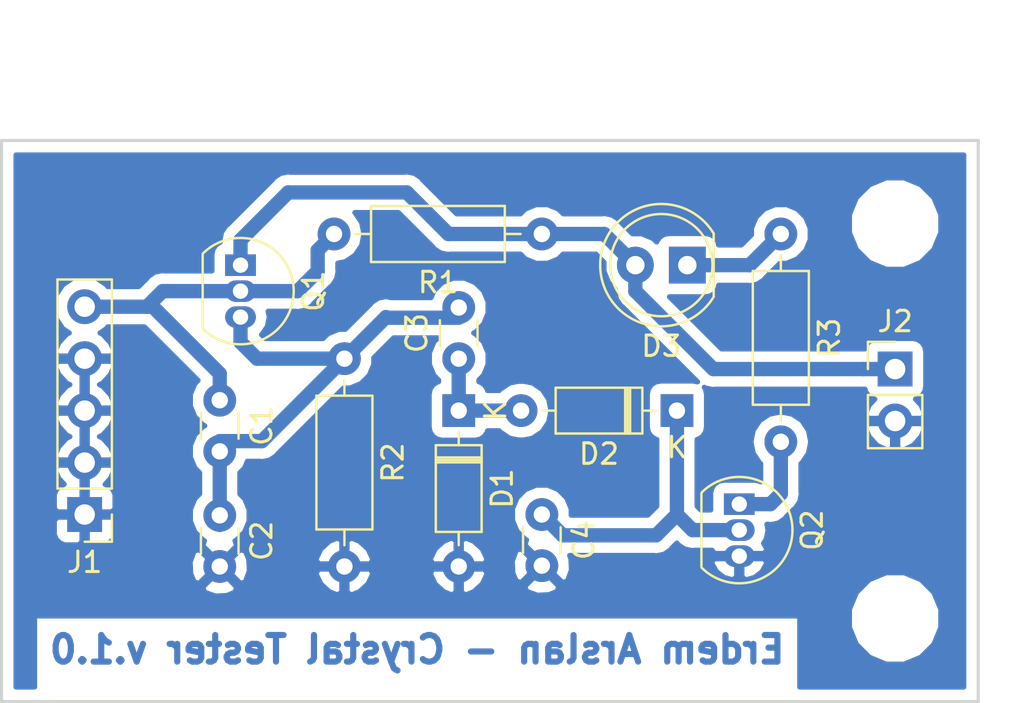
<source format=kicad_pcb>
(kicad_pcb (version 20171130) (host pcbnew "(5.0.2)-1")

  (general
    (thickness 1.6)
    (drawings 5)
    (tracks 43)
    (zones 0)
    (modules 16)
    (nets 9)
  )

  (page A4)
  (layers
    (0 F.Cu signal)
    (31 B.Cu signal)
    (32 B.Adhes user)
    (33 F.Adhes user)
    (34 B.Paste user)
    (35 F.Paste user)
    (36 B.SilkS user)
    (37 F.SilkS user)
    (38 B.Mask user)
    (39 F.Mask user)
    (40 Dwgs.User user)
    (41 Cmts.User user)
    (42 Eco1.User user)
    (43 Eco2.User user)
    (44 Edge.Cuts user)
    (45 Margin user)
    (46 B.CrtYd user)
    (47 F.CrtYd user)
    (48 B.Fab user)
    (49 F.Fab user)
  )

  (setup
    (last_trace_width 0.7)
    (trace_clearance 0.2)
    (zone_clearance 0.508)
    (zone_45_only no)
    (trace_min 0.2)
    (segment_width 0.2)
    (edge_width 0.15)
    (via_size 0.8)
    (via_drill 0.4)
    (via_min_size 0.4)
    (via_min_drill 0.3)
    (uvia_size 0.3)
    (uvia_drill 0.1)
    (uvias_allowed no)
    (uvia_min_size 0.2)
    (uvia_min_drill 0.1)
    (pcb_text_width 0.3)
    (pcb_text_size 1.5 1.5)
    (mod_edge_width 0.15)
    (mod_text_size 1 1)
    (mod_text_width 0.15)
    (pad_size 1.7 1.7)
    (pad_drill 1)
    (pad_to_mask_clearance 0.051)
    (solder_mask_min_width 0.25)
    (aux_axis_origin 0 0)
    (visible_elements 7FFFFFFF)
    (pcbplotparams
      (layerselection 0x010fc_ffffffff)
      (usegerberextensions false)
      (usegerberattributes false)
      (usegerberadvancedattributes false)
      (creategerberjobfile false)
      (excludeedgelayer true)
      (linewidth 0.100000)
      (plotframeref false)
      (viasonmask false)
      (mode 1)
      (useauxorigin false)
      (hpglpennumber 1)
      (hpglpenspeed 20)
      (hpglpendiameter 15.000000)
      (psnegative false)
      (psa4output false)
      (plotreference true)
      (plotvalue true)
      (plotinvisibletext false)
      (padsonsilk false)
      (subtractmaskfromsilk false)
      (outputformat 1)
      (mirror false)
      (drillshape 1)
      (scaleselection 1)
      (outputdirectory ""))
  )

  (net 0 "")
  (net 1 "Net-(C1-Pad1)")
  (net 2 "Net-(C1-Pad2)")
  (net 3 "Net-(C3-Pad1)")
  (net 4 "Net-(C4-Pad1)")
  (net 5 "Net-(D3-Pad1)")
  (net 6 "Net-(Q2-Pad1)")
  (net 7 GND)
  (net 8 +9V)

  (net_class Default "This is the default net class."
    (clearance 0.2)
    (trace_width 0.7)
    (via_dia 0.8)
    (via_drill 0.4)
    (uvia_dia 0.3)
    (uvia_drill 0.1)
    (add_net +9V)
    (add_net GND)
    (add_net "Net-(C1-Pad1)")
    (add_net "Net-(C1-Pad2)")
    (add_net "Net-(C3-Pad1)")
    (add_net "Net-(C4-Pad1)")
    (add_net "Net-(D3-Pad1)")
    (add_net "Net-(Q2-Pad1)")
  )

  (module Diode_THT:D_DO-35_SOD27_P7.62mm_Horizontal (layer F.Cu) (tedit 5AE50CD5) (tstamp 5C4FE10B)
    (at 46.228 35.052 270)
    (descr "Diode, DO-35_SOD27 series, Axial, Horizontal, pin pitch=7.62mm, , length*diameter=4*2mm^2, , http://www.diodes.com/_files/packages/DO-35.pdf")
    (tags "Diode DO-35_SOD27 series Axial Horizontal pin pitch 7.62mm  length 4mm diameter 2mm")
    (path /5C3268C6)
    (fp_text reference D1 (at 3.81 -2.12 270) (layer F.SilkS)
      (effects (font (size 1 1) (thickness 0.15)))
    )
    (fp_text value 1N4148 (at 3.81 2.12 270) (layer F.Fab)
      (effects (font (size 1 1) (thickness 0.15)))
    )
    (fp_line (start 1.81 -1) (end 1.81 1) (layer F.Fab) (width 0.1))
    (fp_line (start 1.81 1) (end 5.81 1) (layer F.Fab) (width 0.1))
    (fp_line (start 5.81 1) (end 5.81 -1) (layer F.Fab) (width 0.1))
    (fp_line (start 5.81 -1) (end 1.81 -1) (layer F.Fab) (width 0.1))
    (fp_line (start 0 0) (end 1.81 0) (layer F.Fab) (width 0.1))
    (fp_line (start 7.62 0) (end 5.81 0) (layer F.Fab) (width 0.1))
    (fp_line (start 2.41 -1) (end 2.41 1) (layer F.Fab) (width 0.1))
    (fp_line (start 2.51 -1) (end 2.51 1) (layer F.Fab) (width 0.1))
    (fp_line (start 2.31 -1) (end 2.31 1) (layer F.Fab) (width 0.1))
    (fp_line (start 1.69 -1.12) (end 1.69 1.12) (layer F.SilkS) (width 0.12))
    (fp_line (start 1.69 1.12) (end 5.93 1.12) (layer F.SilkS) (width 0.12))
    (fp_line (start 5.93 1.12) (end 5.93 -1.12) (layer F.SilkS) (width 0.12))
    (fp_line (start 5.93 -1.12) (end 1.69 -1.12) (layer F.SilkS) (width 0.12))
    (fp_line (start 1.04 0) (end 1.69 0) (layer F.SilkS) (width 0.12))
    (fp_line (start 6.58 0) (end 5.93 0) (layer F.SilkS) (width 0.12))
    (fp_line (start 2.41 -1.12) (end 2.41 1.12) (layer F.SilkS) (width 0.12))
    (fp_line (start 2.53 -1.12) (end 2.53 1.12) (layer F.SilkS) (width 0.12))
    (fp_line (start 2.29 -1.12) (end 2.29 1.12) (layer F.SilkS) (width 0.12))
    (fp_line (start -1.05 -1.25) (end -1.05 1.25) (layer F.CrtYd) (width 0.05))
    (fp_line (start -1.05 1.25) (end 8.67 1.25) (layer F.CrtYd) (width 0.05))
    (fp_line (start 8.67 1.25) (end 8.67 -1.25) (layer F.CrtYd) (width 0.05))
    (fp_line (start 8.67 -1.25) (end -1.05 -1.25) (layer F.CrtYd) (width 0.05))
    (fp_text user %R (at 4.11 0 270) (layer F.Fab)
      (effects (font (size 0.8 0.8) (thickness 0.12)))
    )
    (fp_text user K (at 0 -1.8 270) (layer F.Fab)
      (effects (font (size 1 1) (thickness 0.15)))
    )
    (fp_text user K (at 0 -1.8 270) (layer F.SilkS)
      (effects (font (size 1 1) (thickness 0.15)))
    )
    (pad 1 thru_hole rect (at 0 0 270) (size 1.6 1.6) (drill 0.8) (layers *.Cu *.Mask)
      (net 3 "Net-(C3-Pad1)"))
    (pad 2 thru_hole oval (at 7.62 0 270) (size 1.6 1.6) (drill 0.8) (layers *.Cu *.Mask)
      (net 7 GND))
    (model ${KISYS3DMOD}/Diode_THT.3dshapes/D_DO-35_SOD27_P7.62mm_Horizontal.wrl
      (at (xyz 0 0 0))
      (scale (xyz 1 1 1))
      (rotate (xyz 0 0 0))
    )
  )

  (module Diode_THT:D_DO-35_SOD27_P7.62mm_Horizontal (layer F.Cu) (tedit 5AE50CD5) (tstamp 5C4FE12A)
    (at 56.896 35.052 180)
    (descr "Diode, DO-35_SOD27 series, Axial, Horizontal, pin pitch=7.62mm, , length*diameter=4*2mm^2, , http://www.diodes.com/_files/packages/DO-35.pdf")
    (tags "Diode DO-35_SOD27 series Axial Horizontal pin pitch 7.62mm  length 4mm diameter 2mm")
    (path /5C326970)
    (fp_text reference D2 (at 3.81 -2.12 180) (layer F.SilkS)
      (effects (font (size 1 1) (thickness 0.15)))
    )
    (fp_text value 1N4148 (at 3.81 2.12 180) (layer F.Fab)
      (effects (font (size 1 1) (thickness 0.15)))
    )
    (fp_text user K (at 0 -1.8 180) (layer F.SilkS)
      (effects (font (size 1 1) (thickness 0.15)))
    )
    (fp_text user K (at 0 -1.8 180) (layer F.Fab)
      (effects (font (size 1 1) (thickness 0.15)))
    )
    (fp_text user %R (at 4.064 0 180) (layer F.Fab)
      (effects (font (size 0.8 0.8) (thickness 0.12)))
    )
    (fp_line (start 8.67 -1.25) (end -1.05 -1.25) (layer F.CrtYd) (width 0.05))
    (fp_line (start 8.67 1.25) (end 8.67 -1.25) (layer F.CrtYd) (width 0.05))
    (fp_line (start -1.05 1.25) (end 8.67 1.25) (layer F.CrtYd) (width 0.05))
    (fp_line (start -1.05 -1.25) (end -1.05 1.25) (layer F.CrtYd) (width 0.05))
    (fp_line (start 2.29 -1.12) (end 2.29 1.12) (layer F.SilkS) (width 0.12))
    (fp_line (start 2.53 -1.12) (end 2.53 1.12) (layer F.SilkS) (width 0.12))
    (fp_line (start 2.41 -1.12) (end 2.41 1.12) (layer F.SilkS) (width 0.12))
    (fp_line (start 6.58 0) (end 5.93 0) (layer F.SilkS) (width 0.12))
    (fp_line (start 1.04 0) (end 1.69 0) (layer F.SilkS) (width 0.12))
    (fp_line (start 5.93 -1.12) (end 1.69 -1.12) (layer F.SilkS) (width 0.12))
    (fp_line (start 5.93 1.12) (end 5.93 -1.12) (layer F.SilkS) (width 0.12))
    (fp_line (start 1.69 1.12) (end 5.93 1.12) (layer F.SilkS) (width 0.12))
    (fp_line (start 1.69 -1.12) (end 1.69 1.12) (layer F.SilkS) (width 0.12))
    (fp_line (start 2.31 -1) (end 2.31 1) (layer F.Fab) (width 0.1))
    (fp_line (start 2.51 -1) (end 2.51 1) (layer F.Fab) (width 0.1))
    (fp_line (start 2.41 -1) (end 2.41 1) (layer F.Fab) (width 0.1))
    (fp_line (start 7.62 0) (end 5.81 0) (layer F.Fab) (width 0.1))
    (fp_line (start 0 0) (end 1.81 0) (layer F.Fab) (width 0.1))
    (fp_line (start 5.81 -1) (end 1.81 -1) (layer F.Fab) (width 0.1))
    (fp_line (start 5.81 1) (end 5.81 -1) (layer F.Fab) (width 0.1))
    (fp_line (start 1.81 1) (end 5.81 1) (layer F.Fab) (width 0.1))
    (fp_line (start 1.81 -1) (end 1.81 1) (layer F.Fab) (width 0.1))
    (pad 2 thru_hole oval (at 7.62 0 180) (size 1.6 1.6) (drill 0.8) (layers *.Cu *.Mask)
      (net 3 "Net-(C3-Pad1)"))
    (pad 1 thru_hole rect (at 0 0 180) (size 1.6 1.6) (drill 0.8) (layers *.Cu *.Mask)
      (net 4 "Net-(C4-Pad1)"))
    (model ${KISYS3DMOD}/Diode_THT.3dshapes/D_DO-35_SOD27_P7.62mm_Horizontal.wrl
      (at (xyz 0 0 0))
      (scale (xyz 1 1 1))
      (rotate (xyz 0 0 0))
    )
  )

  (module LED_THT:LED_D5.0mm (layer F.Cu) (tedit 5995936A) (tstamp 5C4FE13C)
    (at 57.404 27.94 180)
    (descr "LED, diameter 5.0mm, 2 pins, http://cdn-reichelt.de/documents/datenblatt/A500/LL-504BC2E-009.pdf")
    (tags "LED diameter 5.0mm 2 pins")
    (path /5C3263C9)
    (fp_text reference D3 (at 1.27 -3.96 180) (layer F.SilkS)
      (effects (font (size 1 1) (thickness 0.15)))
    )
    (fp_text value LED (at 1.27 3.96 180) (layer F.Fab)
      (effects (font (size 1 1) (thickness 0.15)))
    )
    (fp_arc (start 1.27 0) (end -1.23 -1.469694) (angle 299.1) (layer F.Fab) (width 0.1))
    (fp_arc (start 1.27 0) (end -1.29 -1.54483) (angle 148.9) (layer F.SilkS) (width 0.12))
    (fp_arc (start 1.27 0) (end -1.29 1.54483) (angle -148.9) (layer F.SilkS) (width 0.12))
    (fp_circle (center 1.27 0) (end 3.77 0) (layer F.Fab) (width 0.1))
    (fp_circle (center 1.27 0) (end 3.77 0) (layer F.SilkS) (width 0.12))
    (fp_line (start -1.23 -1.469694) (end -1.23 1.469694) (layer F.Fab) (width 0.1))
    (fp_line (start -1.29 -1.545) (end -1.29 1.545) (layer F.SilkS) (width 0.12))
    (fp_line (start -1.95 -3.25) (end -1.95 3.25) (layer F.CrtYd) (width 0.05))
    (fp_line (start -1.95 3.25) (end 4.5 3.25) (layer F.CrtYd) (width 0.05))
    (fp_line (start 4.5 3.25) (end 4.5 -3.25) (layer F.CrtYd) (width 0.05))
    (fp_line (start 4.5 -3.25) (end -1.95 -3.25) (layer F.CrtYd) (width 0.05))
    (fp_text user %R (at 1.25 0 180) (layer F.Fab)
      (effects (font (size 0.8 0.8) (thickness 0.2)))
    )
    (pad 1 thru_hole rect (at 0 0 180) (size 1.8 1.8) (drill 0.9) (layers *.Cu *.Mask)
      (net 5 "Net-(D3-Pad1)"))
    (pad 2 thru_hole circle (at 2.54 0 180) (size 1.8 1.8) (drill 0.9) (layers *.Cu *.Mask)
      (net 8 +9V))
    (model ${KISYS3DMOD}/LED_THT.3dshapes/LED_D5.0mm.wrl
      (at (xyz 0 0 0))
      (scale (xyz 1 1 1))
      (rotate (xyz 0 0 0))
    )
  )

  (module Connector_PinHeader_2.54mm:PinHeader_1x05_P2.54mm_Vertical (layer F.Cu) (tedit 59FED5CC) (tstamp 5C4FF009)
    (at 27.94 40.132 180)
    (descr "Through hole straight pin header, 1x05, 2.54mm pitch, single row")
    (tags "Through hole pin header THT 1x05 2.54mm single row")
    (path /5C326E79)
    (fp_text reference J1 (at 0 -2.33 180) (layer F.SilkS)
      (effects (font (size 1 1) (thickness 0.15)))
    )
    (fp_text value Kristal (at 0 12.49 180) (layer F.Fab)
      (effects (font (size 1 1) (thickness 0.15)))
    )
    (fp_line (start -0.635 -1.27) (end 1.27 -1.27) (layer F.Fab) (width 0.1))
    (fp_line (start 1.27 -1.27) (end 1.27 11.43) (layer F.Fab) (width 0.1))
    (fp_line (start 1.27 11.43) (end -1.27 11.43) (layer F.Fab) (width 0.1))
    (fp_line (start -1.27 11.43) (end -1.27 -0.635) (layer F.Fab) (width 0.1))
    (fp_line (start -1.27 -0.635) (end -0.635 -1.27) (layer F.Fab) (width 0.1))
    (fp_line (start -1.33 11.49) (end 1.33 11.49) (layer F.SilkS) (width 0.12))
    (fp_line (start -1.33 1.27) (end -1.33 11.49) (layer F.SilkS) (width 0.12))
    (fp_line (start 1.33 1.27) (end 1.33 11.49) (layer F.SilkS) (width 0.12))
    (fp_line (start -1.33 1.27) (end 1.33 1.27) (layer F.SilkS) (width 0.12))
    (fp_line (start -1.33 0) (end -1.33 -1.33) (layer F.SilkS) (width 0.12))
    (fp_line (start -1.33 -1.33) (end 0 -1.33) (layer F.SilkS) (width 0.12))
    (fp_line (start -1.8 -1.8) (end -1.8 11.95) (layer F.CrtYd) (width 0.05))
    (fp_line (start -1.8 11.95) (end 1.8 11.95) (layer F.CrtYd) (width 0.05))
    (fp_line (start 1.8 11.95) (end 1.8 -1.8) (layer F.CrtYd) (width 0.05))
    (fp_line (start 1.8 -1.8) (end -1.8 -1.8) (layer F.CrtYd) (width 0.05))
    (fp_text user %R (at 0 5.08 270) (layer F.Fab)
      (effects (font (size 1 1) (thickness 0.15)))
    )
    (pad 1 thru_hole rect (at 0 0 180) (size 1.7 1.7) (drill 1) (layers *.Cu *.Mask)
      (net 7 GND))
    (pad 2 thru_hole oval (at 0 2.54 180) (size 1.7 1.7) (drill 1) (layers *.Cu *.Mask)
      (net 7 GND))
    (pad 3 thru_hole oval (at 0 5.08 180) (size 1.7 1.7) (drill 1) (layers *.Cu *.Mask)
      (net 7 GND))
    (pad 4 thru_hole oval (at 0 7.62 180) (size 1.7 1.7) (drill 1) (layers *.Cu *.Mask)
      (net 7 GND))
    (pad 5 thru_hole oval (at 0 10.16 180) (size 1.7 1.7) (drill 1) (layers *.Cu *.Mask)
      (net 1 "Net-(C1-Pad1)"))
    (model ${KISYS3DMOD}/Connector_PinHeader_2.54mm.3dshapes/PinHeader_1x05_P2.54mm_Vertical.wrl
      (at (xyz 0 0 0))
      (scale (xyz 1 1 1))
      (rotate (xyz 0 0 0))
    )
  )

  (module Connector_PinHeader_2.54mm:PinHeader_1x02_P2.54mm_Vertical (layer F.Cu) (tedit 5C326929) (tstamp 5C4FE16B)
    (at 67.564 33.02)
    (descr "Through hole straight pin header, 1x02, 2.54mm pitch, single row")
    (tags "Through hole pin header THT 1x02 2.54mm single row")
    (path /5C326A33)
    (fp_text reference J2 (at 0 -2.33) (layer F.SilkS)
      (effects (font (size 1 1) (thickness 0.15)))
    )
    (fp_text value "9V IN" (at 0 4.87) (layer F.Fab)
      (effects (font (size 1 1) (thickness 0.15)))
    )
    (fp_line (start -0.635 -1.27) (end 1.27 -1.27) (layer F.Fab) (width 0.1))
    (fp_line (start 1.27 -1.27) (end 1.27 3.81) (layer F.Fab) (width 0.1))
    (fp_line (start 1.27 3.81) (end -1.27 3.81) (layer F.Fab) (width 0.1))
    (fp_line (start -1.27 3.81) (end -1.27 -0.635) (layer F.Fab) (width 0.1))
    (fp_line (start -1.27 -0.635) (end -0.635 -1.27) (layer F.Fab) (width 0.1))
    (fp_line (start -1.33 3.87) (end 1.33 3.87) (layer F.SilkS) (width 0.12))
    (fp_line (start -1.33 1.27) (end -1.33 3.87) (layer F.SilkS) (width 0.12))
    (fp_line (start 1.33 1.27) (end 1.33 3.87) (layer F.SilkS) (width 0.12))
    (fp_line (start -1.33 1.27) (end 1.33 1.27) (layer F.SilkS) (width 0.12))
    (fp_line (start -1.33 0) (end -1.33 -1.33) (layer F.SilkS) (width 0.12))
    (fp_line (start -1.33 -1.33) (end 0 -1.33) (layer F.SilkS) (width 0.12))
    (fp_line (start -1.8 -1.8) (end -1.8 4.35) (layer F.CrtYd) (width 0.05))
    (fp_line (start -1.8 4.35) (end 1.8 4.35) (layer F.CrtYd) (width 0.05))
    (fp_line (start 1.8 4.35) (end 1.8 -1.8) (layer F.CrtYd) (width 0.05))
    (fp_line (start 1.8 -1.8) (end -1.8 -1.8) (layer F.CrtYd) (width 0.05))
    (fp_text user %R (at 0 1.27 90) (layer F.Fab)
      (effects (font (size 1 1) (thickness 0.15)))
    )
    (pad 1 thru_hole rect (at 0 0) (size 1.7 1.7) (drill 1) (layers *.Cu *.Mask)
      (net 8 +9V))
    (pad 2 thru_hole oval (at 0 2.54) (size 1.7 1.7) (drill 1) (layers *.Cu *.Mask)
      (net 7 GND))
    (model ${KISYS3DMOD}/Connector_PinHeader_2.54mm.3dshapes/PinHeader_1x02_P2.54mm_Vertical.wrl
      (at (xyz 0 0 0))
      (scale (xyz 1 1 1))
      (rotate (xyz 0 0 0))
    )
  )

  (module Package_TO_SOT_THT:TO-92_Inline (layer F.Cu) (tedit 5A1DD157) (tstamp 5C4FE17D)
    (at 35.56 27.94 270)
    (descr "TO-92 leads in-line, narrow, oval pads, drill 0.75mm (see NXP sot054_po.pdf)")
    (tags "to-92 sc-43 sc-43a sot54 PA33 transistor")
    (path /5C326335)
    (fp_text reference Q1 (at 1.27 -3.56 270) (layer F.SilkS)
      (effects (font (size 1 1) (thickness 0.15)))
    )
    (fp_text value BC547 (at 1.27 2.79 270) (layer F.Fab)
      (effects (font (size 1 1) (thickness 0.15)))
    )
    (fp_arc (start 1.27 0) (end 1.27 -2.6) (angle 135) (layer F.SilkS) (width 0.12))
    (fp_arc (start 1.27 0) (end 1.27 -2.48) (angle -135) (layer F.Fab) (width 0.1))
    (fp_arc (start 1.27 0) (end 1.27 -2.6) (angle -135) (layer F.SilkS) (width 0.12))
    (fp_arc (start 1.27 0) (end 1.27 -2.48) (angle 135) (layer F.Fab) (width 0.1))
    (fp_line (start 4 2.01) (end -1.46 2.01) (layer F.CrtYd) (width 0.05))
    (fp_line (start 4 2.01) (end 4 -2.73) (layer F.CrtYd) (width 0.05))
    (fp_line (start -1.46 -2.73) (end -1.46 2.01) (layer F.CrtYd) (width 0.05))
    (fp_line (start -1.46 -2.73) (end 4 -2.73) (layer F.CrtYd) (width 0.05))
    (fp_line (start -0.5 1.75) (end 3 1.75) (layer F.Fab) (width 0.1))
    (fp_line (start -0.53 1.85) (end 3.07 1.85) (layer F.SilkS) (width 0.12))
    (fp_text user %R (at 1.27 -3.56 270) (layer F.Fab)
      (effects (font (size 1 1) (thickness 0.15)))
    )
    (pad 1 thru_hole rect (at 0 0 270) (size 1.05 1.5) (drill 0.75) (layers *.Cu *.Mask)
      (net 8 +9V))
    (pad 3 thru_hole oval (at 2.54 0 270) (size 1.05 1.5) (drill 0.75) (layers *.Cu *.Mask)
      (net 2 "Net-(C1-Pad2)"))
    (pad 2 thru_hole oval (at 1.27 0 270) (size 1.05 1.5) (drill 0.75) (layers *.Cu *.Mask)
      (net 1 "Net-(C1-Pad1)"))
    (model ${KISYS3DMOD}/Package_TO_SOT_THT.3dshapes/TO-92_Inline.wrl
      (at (xyz 0 0 0))
      (scale (xyz 1 1 1))
      (rotate (xyz 0 0 0))
    )
  )

  (module Package_TO_SOT_THT:TO-92_Inline (layer F.Cu) (tedit 5C32791B) (tstamp 5C4FE18F)
    (at 59.944 39.624 270)
    (descr "TO-92 leads in-line, narrow, oval pads, drill 0.75mm (see NXP sot054_po.pdf)")
    (tags "to-92 sc-43 sc-43a sot54 PA33 transistor")
    (path /5C3262D5)
    (fp_text reference Q2 (at 1.27 -3.56 270) (layer F.SilkS)
      (effects (font (size 1 1) (thickness 0.15)))
    )
    (fp_text value BC547 (at 1.27 2.79 270) (layer F.Fab)
      (effects (font (size 1 1) (thickness 0.15)))
    )
    (fp_text user %R (at 1.27 -3.56 270) (layer F.Fab)
      (effects (font (size 1 1) (thickness 0.15)))
    )
    (fp_line (start -0.53 1.85) (end 3.07 1.85) (layer F.SilkS) (width 0.12))
    (fp_line (start -0.5 1.75) (end 3 1.75) (layer F.Fab) (width 0.1))
    (fp_line (start -1.46 -2.73) (end 4 -2.73) (layer F.CrtYd) (width 0.05))
    (fp_line (start -1.46 -2.73) (end -1.46 2.01) (layer F.CrtYd) (width 0.05))
    (fp_line (start 4 2.01) (end 4 -2.73) (layer F.CrtYd) (width 0.05))
    (fp_line (start 4 2.01) (end -1.46 2.01) (layer F.CrtYd) (width 0.05))
    (fp_arc (start 1.27 0) (end 1.27 -2.48) (angle 135) (layer F.Fab) (width 0.1))
    (fp_arc (start 1.27 0) (end 1.27 -2.6) (angle -135) (layer F.SilkS) (width 0.12))
    (fp_arc (start 1.27 0) (end 1.27 -2.48) (angle -135) (layer F.Fab) (width 0.1))
    (fp_arc (start 1.27 0) (end 1.27 -2.6) (angle 135) (layer F.SilkS) (width 0.12))
    (pad 2 thru_hole oval (at 1.27 0 270) (size 1.05 1.5) (drill 0.75) (layers *.Cu *.Mask)
      (net 4 "Net-(C4-Pad1)"))
    (pad 3 thru_hole oval (at 2.54 0 270) (size 1.05 1.5) (drill 0.75) (layers *.Cu *.Mask)
      (net 7 GND))
    (pad 1 thru_hole rect (at 0 0 270) (size 1.05 1.5) (drill 0.75) (layers *.Cu *.Mask)
      (net 6 "Net-(Q2-Pad1)"))
    (model ${KISYS3DMOD}/Package_TO_SOT_THT.3dshapes/TO-92_Inline.wrl
      (at (xyz 0 0 0))
      (scale (xyz 1 1 1))
      (rotate (xyz 0 0 0))
    )
  )

  (module Resistor_THT:R_Axial_DIN0207_L6.3mm_D2.5mm_P10.16mm_Horizontal (layer F.Cu) (tedit 5AE5139B) (tstamp 5C4FE1A6)
    (at 50.292 26.416 180)
    (descr "Resistor, Axial_DIN0207 series, Axial, Horizontal, pin pitch=10.16mm, 0.25W = 1/4W, length*diameter=6.3*2.5mm^2, http://cdn-reichelt.de/documents/datenblatt/B400/1_4W%23YAG.pdf")
    (tags "Resistor Axial_DIN0207 series Axial Horizontal pin pitch 10.16mm 0.25W = 1/4W length 6.3mm diameter 2.5mm")
    (path /5C3264A0)
    (fp_text reference R1 (at 5.08 -2.37 180) (layer F.SilkS)
      (effects (font (size 1 1) (thickness 0.15)))
    )
    (fp_text value 27K (at 5.08 2.37 180) (layer F.Fab)
      (effects (font (size 1 1) (thickness 0.15)))
    )
    (fp_line (start 1.93 -1.25) (end 1.93 1.25) (layer F.Fab) (width 0.1))
    (fp_line (start 1.93 1.25) (end 8.23 1.25) (layer F.Fab) (width 0.1))
    (fp_line (start 8.23 1.25) (end 8.23 -1.25) (layer F.Fab) (width 0.1))
    (fp_line (start 8.23 -1.25) (end 1.93 -1.25) (layer F.Fab) (width 0.1))
    (fp_line (start 0 0) (end 1.93 0) (layer F.Fab) (width 0.1))
    (fp_line (start 10.16 0) (end 8.23 0) (layer F.Fab) (width 0.1))
    (fp_line (start 1.81 -1.37) (end 1.81 1.37) (layer F.SilkS) (width 0.12))
    (fp_line (start 1.81 1.37) (end 8.35 1.37) (layer F.SilkS) (width 0.12))
    (fp_line (start 8.35 1.37) (end 8.35 -1.37) (layer F.SilkS) (width 0.12))
    (fp_line (start 8.35 -1.37) (end 1.81 -1.37) (layer F.SilkS) (width 0.12))
    (fp_line (start 1.04 0) (end 1.81 0) (layer F.SilkS) (width 0.12))
    (fp_line (start 9.12 0) (end 8.35 0) (layer F.SilkS) (width 0.12))
    (fp_line (start -1.05 -1.5) (end -1.05 1.5) (layer F.CrtYd) (width 0.05))
    (fp_line (start -1.05 1.5) (end 11.21 1.5) (layer F.CrtYd) (width 0.05))
    (fp_line (start 11.21 1.5) (end 11.21 -1.5) (layer F.CrtYd) (width 0.05))
    (fp_line (start 11.21 -1.5) (end -1.05 -1.5) (layer F.CrtYd) (width 0.05))
    (fp_text user %R (at 5.08 0 180) (layer F.Fab)
      (effects (font (size 1 1) (thickness 0.15)))
    )
    (pad 1 thru_hole circle (at 0 0 180) (size 1.6 1.6) (drill 0.8) (layers *.Cu *.Mask)
      (net 8 +9V))
    (pad 2 thru_hole oval (at 10.16 0 180) (size 1.6 1.6) (drill 0.8) (layers *.Cu *.Mask)
      (net 1 "Net-(C1-Pad1)"))
    (model ${KISYS3DMOD}/Resistor_THT.3dshapes/R_Axial_DIN0207_L6.3mm_D2.5mm_P10.16mm_Horizontal.wrl
      (at (xyz 0 0 0))
      (scale (xyz 1 1 1))
      (rotate (xyz 0 0 0))
    )
  )

  (module Resistor_THT:R_Axial_DIN0207_L6.3mm_D2.5mm_P10.16mm_Horizontal (layer F.Cu) (tedit 5AE5139B) (tstamp 5C4FE1BD)
    (at 40.64 32.512 270)
    (descr "Resistor, Axial_DIN0207 series, Axial, Horizontal, pin pitch=10.16mm, 0.25W = 1/4W, length*diameter=6.3*2.5mm^2, http://cdn-reichelt.de/documents/datenblatt/B400/1_4W%23YAG.pdf")
    (tags "Resistor Axial_DIN0207 series Axial Horizontal pin pitch 10.16mm 0.25W = 1/4W length 6.3mm diameter 2.5mm")
    (path /5C326530)
    (fp_text reference R2 (at 5.08 -2.37 270) (layer F.SilkS)
      (effects (font (size 1 1) (thickness 0.15)))
    )
    (fp_text value 1K (at 5.08 2.37 270) (layer F.Fab)
      (effects (font (size 1 1) (thickness 0.15)))
    )
    (fp_text user %R (at 5.08 0 270) (layer F.Fab)
      (effects (font (size 1 1) (thickness 0.15)))
    )
    (fp_line (start 11.21 -1.5) (end -1.05 -1.5) (layer F.CrtYd) (width 0.05))
    (fp_line (start 11.21 1.5) (end 11.21 -1.5) (layer F.CrtYd) (width 0.05))
    (fp_line (start -1.05 1.5) (end 11.21 1.5) (layer F.CrtYd) (width 0.05))
    (fp_line (start -1.05 -1.5) (end -1.05 1.5) (layer F.CrtYd) (width 0.05))
    (fp_line (start 9.12 0) (end 8.35 0) (layer F.SilkS) (width 0.12))
    (fp_line (start 1.04 0) (end 1.81 0) (layer F.SilkS) (width 0.12))
    (fp_line (start 8.35 -1.37) (end 1.81 -1.37) (layer F.SilkS) (width 0.12))
    (fp_line (start 8.35 1.37) (end 8.35 -1.37) (layer F.SilkS) (width 0.12))
    (fp_line (start 1.81 1.37) (end 8.35 1.37) (layer F.SilkS) (width 0.12))
    (fp_line (start 1.81 -1.37) (end 1.81 1.37) (layer F.SilkS) (width 0.12))
    (fp_line (start 10.16 0) (end 8.23 0) (layer F.Fab) (width 0.1))
    (fp_line (start 0 0) (end 1.93 0) (layer F.Fab) (width 0.1))
    (fp_line (start 8.23 -1.25) (end 1.93 -1.25) (layer F.Fab) (width 0.1))
    (fp_line (start 8.23 1.25) (end 8.23 -1.25) (layer F.Fab) (width 0.1))
    (fp_line (start 1.93 1.25) (end 8.23 1.25) (layer F.Fab) (width 0.1))
    (fp_line (start 1.93 -1.25) (end 1.93 1.25) (layer F.Fab) (width 0.1))
    (pad 2 thru_hole oval (at 10.16 0 270) (size 1.6 1.6) (drill 0.8) (layers *.Cu *.Mask)
      (net 7 GND))
    (pad 1 thru_hole circle (at 0 0 270) (size 1.6 1.6) (drill 0.8) (layers *.Cu *.Mask)
      (net 2 "Net-(C1-Pad2)"))
    (model ${KISYS3DMOD}/Resistor_THT.3dshapes/R_Axial_DIN0207_L6.3mm_D2.5mm_P10.16mm_Horizontal.wrl
      (at (xyz 0 0 0))
      (scale (xyz 1 1 1))
      (rotate (xyz 0 0 0))
    )
  )

  (module Resistor_THT:R_Axial_DIN0207_L6.3mm_D2.5mm_P10.16mm_Horizontal (layer F.Cu) (tedit 5AE5139B) (tstamp 5C4FE1D4)
    (at 61.976 26.416 270)
    (descr "Resistor, Axial_DIN0207 series, Axial, Horizontal, pin pitch=10.16mm, 0.25W = 1/4W, length*diameter=6.3*2.5mm^2, http://cdn-reichelt.de/documents/datenblatt/B400/1_4W%23YAG.pdf")
    (tags "Resistor Axial_DIN0207 series Axial Horizontal pin pitch 10.16mm 0.25W = 1/4W length 6.3mm diameter 2.5mm")
    (path /5C3265C0)
    (fp_text reference R3 (at 5.08 -2.37 270) (layer F.SilkS)
      (effects (font (size 1 1) (thickness 0.15)))
    )
    (fp_text value 560R (at 5.08 2.37 270) (layer F.Fab)
      (effects (font (size 1 1) (thickness 0.15)))
    )
    (fp_line (start 1.93 -1.25) (end 1.93 1.25) (layer F.Fab) (width 0.1))
    (fp_line (start 1.93 1.25) (end 8.23 1.25) (layer F.Fab) (width 0.1))
    (fp_line (start 8.23 1.25) (end 8.23 -1.25) (layer F.Fab) (width 0.1))
    (fp_line (start 8.23 -1.25) (end 1.93 -1.25) (layer F.Fab) (width 0.1))
    (fp_line (start 0 0) (end 1.93 0) (layer F.Fab) (width 0.1))
    (fp_line (start 10.16 0) (end 8.23 0) (layer F.Fab) (width 0.1))
    (fp_line (start 1.81 -1.37) (end 1.81 1.37) (layer F.SilkS) (width 0.12))
    (fp_line (start 1.81 1.37) (end 8.35 1.37) (layer F.SilkS) (width 0.12))
    (fp_line (start 8.35 1.37) (end 8.35 -1.37) (layer F.SilkS) (width 0.12))
    (fp_line (start 8.35 -1.37) (end 1.81 -1.37) (layer F.SilkS) (width 0.12))
    (fp_line (start 1.04 0) (end 1.81 0) (layer F.SilkS) (width 0.12))
    (fp_line (start 9.12 0) (end 8.35 0) (layer F.SilkS) (width 0.12))
    (fp_line (start -1.05 -1.5) (end -1.05 1.5) (layer F.CrtYd) (width 0.05))
    (fp_line (start -1.05 1.5) (end 11.21 1.5) (layer F.CrtYd) (width 0.05))
    (fp_line (start 11.21 1.5) (end 11.21 -1.5) (layer F.CrtYd) (width 0.05))
    (fp_line (start 11.21 -1.5) (end -1.05 -1.5) (layer F.CrtYd) (width 0.05))
    (fp_text user %R (at 5.08 0 270) (layer F.Fab)
      (effects (font (size 1 1) (thickness 0.15)))
    )
    (pad 1 thru_hole circle (at 0 0 270) (size 1.6 1.6) (drill 0.8) (layers *.Cu *.Mask)
      (net 5 "Net-(D3-Pad1)"))
    (pad 2 thru_hole oval (at 10.16 0 270) (size 1.6 1.6) (drill 0.8) (layers *.Cu *.Mask)
      (net 6 "Net-(Q2-Pad1)"))
    (model ${KISYS3DMOD}/Resistor_THT.3dshapes/R_Axial_DIN0207_L6.3mm_D2.5mm_P10.16mm_Horizontal.wrl
      (at (xyz 0 0 0))
      (scale (xyz 1 1 1))
      (rotate (xyz 0 0 0))
    )
  )

  (module MountingHole:MountingHole_3.2mm_M3 (layer F.Cu) (tedit 5C3284DA) (tstamp 5C50231B)
    (at 67.564 25.908)
    (descr "Mounting Hole 3.2mm, no annular, M3")
    (tags "mounting hole 3.2mm no annular m3")
    (attr virtual)
    (fp_text reference "" (at 0 -4.2) (layer F.SilkS)
      (effects (font (size 1 1) (thickness 0.15)))
    )
    (fp_text value "" (at 0.508 -10.668) (layer F.Fab)
      (effects (font (size 1 1) (thickness 0.15)))
    )
    (fp_circle (center 0 0) (end 3.45 0) (layer F.CrtYd) (width 0.05))
    (fp_circle (center 0 0) (end 3.2 0) (layer Cmts.User) (width 0.15))
    (fp_text user %R (at 0.3 0) (layer F.Fab)
      (effects (font (size 1 1) (thickness 0.15)))
    )
    (pad 1 np_thru_hole circle (at 0 0) (size 3.2 3.2) (drill 3.2) (layers *.Cu *.Mask))
  )

  (module MountingHole:MountingHole_3.2mm_M3 (layer F.Cu) (tedit 5C3284E0) (tstamp 5C502331)
    (at 67.564 45.212)
    (descr "Mounting Hole 3.2mm, no annular, M3")
    (tags "mounting hole 3.2mm no annular m3")
    (attr virtual)
    (fp_text reference "" (at 0 -4.2) (layer F.SilkS)
      (effects (font (size 1 1) (thickness 0.15)))
    )
    (fp_text value "" (at 6.096 -23.368) (layer F.Fab)
      (effects (font (size 1 1) (thickness 0.15)))
    )
    (fp_circle (center 0 0) (end 3.45 0) (layer F.CrtYd) (width 0.05))
    (fp_circle (center 0 0) (end 3.2 0) (layer Cmts.User) (width 0.15))
    (fp_text user %R (at 0.3 0) (layer F.Fab)
      (effects (font (size 1 1) (thickness 0.15)))
    )
    (pad 1 np_thru_hole circle (at 0 0) (size 3.2 3.2) (drill 3.2) (layers *.Cu *.Mask))
  )

  (module Capacitor_THT:C_Disc_D3.0mm_W1.6mm_P2.50mm (layer F.Cu) (tedit 5AE50EF0) (tstamp 5C3C1C74)
    (at 34.544 34.544 270)
    (descr "C, Disc series, Radial, pin pitch=2.50mm, , diameter*width=3.0*1.6mm^2, Capacitor, http://www.vishay.com/docs/45233/krseries.pdf")
    (tags "C Disc series Radial pin pitch 2.50mm  diameter 3.0mm width 1.6mm Capacitor")
    (path /5C3267F1)
    (fp_text reference C1 (at 1.25 -2.05 270) (layer F.SilkS)
      (effects (font (size 1 1) (thickness 0.15)))
    )
    (fp_text value 1nF (at 1.25 2.05 270) (layer F.Fab)
      (effects (font (size 1 1) (thickness 0.15)))
    )
    (fp_line (start -0.25 -0.8) (end -0.25 0.8) (layer F.Fab) (width 0.1))
    (fp_line (start -0.25 0.8) (end 2.75 0.8) (layer F.Fab) (width 0.1))
    (fp_line (start 2.75 0.8) (end 2.75 -0.8) (layer F.Fab) (width 0.1))
    (fp_line (start 2.75 -0.8) (end -0.25 -0.8) (layer F.Fab) (width 0.1))
    (fp_line (start 0.621 -0.92) (end 1.879 -0.92) (layer F.SilkS) (width 0.12))
    (fp_line (start 0.621 0.92) (end 1.879 0.92) (layer F.SilkS) (width 0.12))
    (fp_line (start -1.05 -1.05) (end -1.05 1.05) (layer F.CrtYd) (width 0.05))
    (fp_line (start -1.05 1.05) (end 3.55 1.05) (layer F.CrtYd) (width 0.05))
    (fp_line (start 3.55 1.05) (end 3.55 -1.05) (layer F.CrtYd) (width 0.05))
    (fp_line (start 3.55 -1.05) (end -1.05 -1.05) (layer F.CrtYd) (width 0.05))
    (fp_text user %R (at 1.25 0 270) (layer F.Fab)
      (effects (font (size 0.6 0.6) (thickness 0.09)))
    )
    (pad 1 thru_hole circle (at 0 0 270) (size 1.6 1.6) (drill 0.8) (layers *.Cu *.Mask)
      (net 1 "Net-(C1-Pad1)"))
    (pad 2 thru_hole circle (at 2.5 0 270) (size 1.6 1.6) (drill 0.8) (layers *.Cu *.Mask)
      (net 2 "Net-(C1-Pad2)"))
    (model ${KISYS3DMOD}/Capacitor_THT.3dshapes/C_Disc_D3.0mm_W1.6mm_P2.50mm.wrl
      (at (xyz 0 0 0))
      (scale (xyz 1 1 1))
      (rotate (xyz 0 0 0))
    )
  )

  (module Capacitor_THT:C_Disc_D3.0mm_W1.6mm_P2.50mm (layer F.Cu) (tedit 5AE50EF0) (tstamp 5C3C1C84)
    (at 34.544 40.172 270)
    (descr "C, Disc series, Radial, pin pitch=2.50mm, , diameter*width=3.0*1.6mm^2, Capacitor, http://www.vishay.com/docs/45233/krseries.pdf")
    (tags "C Disc series Radial pin pitch 2.50mm  diameter 3.0mm width 1.6mm Capacitor")
    (path /5C326823)
    (fp_text reference C2 (at 1.25 -2.05 270) (layer F.SilkS)
      (effects (font (size 1 1) (thickness 0.15)))
    )
    (fp_text value 100pF (at 1.25 2.05 270) (layer F.Fab)
      (effects (font (size 1 1) (thickness 0.15)))
    )
    (fp_text user %R (at 1.25 0 270) (layer F.Fab)
      (effects (font (size 0.6 0.6) (thickness 0.09)))
    )
    (fp_line (start 3.55 -1.05) (end -1.05 -1.05) (layer F.CrtYd) (width 0.05))
    (fp_line (start 3.55 1.05) (end 3.55 -1.05) (layer F.CrtYd) (width 0.05))
    (fp_line (start -1.05 1.05) (end 3.55 1.05) (layer F.CrtYd) (width 0.05))
    (fp_line (start -1.05 -1.05) (end -1.05 1.05) (layer F.CrtYd) (width 0.05))
    (fp_line (start 0.621 0.92) (end 1.879 0.92) (layer F.SilkS) (width 0.12))
    (fp_line (start 0.621 -0.92) (end 1.879 -0.92) (layer F.SilkS) (width 0.12))
    (fp_line (start 2.75 -0.8) (end -0.25 -0.8) (layer F.Fab) (width 0.1))
    (fp_line (start 2.75 0.8) (end 2.75 -0.8) (layer F.Fab) (width 0.1))
    (fp_line (start -0.25 0.8) (end 2.75 0.8) (layer F.Fab) (width 0.1))
    (fp_line (start -0.25 -0.8) (end -0.25 0.8) (layer F.Fab) (width 0.1))
    (pad 2 thru_hole circle (at 2.5 0 270) (size 1.6 1.6) (drill 0.8) (layers *.Cu *.Mask)
      (net 7 GND))
    (pad 1 thru_hole circle (at 0 0 270) (size 1.6 1.6) (drill 0.8) (layers *.Cu *.Mask)
      (net 2 "Net-(C1-Pad2)"))
    (model ${KISYS3DMOD}/Capacitor_THT.3dshapes/C_Disc_D3.0mm_W1.6mm_P2.50mm.wrl
      (at (xyz 0 0 0))
      (scale (xyz 1 1 1))
      (rotate (xyz 0 0 0))
    )
  )

  (module Capacitor_THT:C_Disc_D3.0mm_W1.6mm_P2.50mm (layer F.Cu) (tedit 5AE50EF0) (tstamp 5C3C1C94)
    (at 46.228 32.512 90)
    (descr "C, Disc series, Radial, pin pitch=2.50mm, , diameter*width=3.0*1.6mm^2, Capacitor, http://www.vishay.com/docs/45233/krseries.pdf")
    (tags "C Disc series Radial pin pitch 2.50mm  diameter 3.0mm width 1.6mm Capacitor")
    (path /5C326745)
    (fp_text reference C3 (at 1.25 -2.05 90) (layer F.SilkS)
      (effects (font (size 1 1) (thickness 0.15)))
    )
    (fp_text value 1nF (at 1.25 2.05 90) (layer F.Fab)
      (effects (font (size 1 1) (thickness 0.15)))
    )
    (fp_text user %R (at 1.25 0 90) (layer F.Fab)
      (effects (font (size 0.6 0.6) (thickness 0.09)))
    )
    (fp_line (start 3.55 -1.05) (end -1.05 -1.05) (layer F.CrtYd) (width 0.05))
    (fp_line (start 3.55 1.05) (end 3.55 -1.05) (layer F.CrtYd) (width 0.05))
    (fp_line (start -1.05 1.05) (end 3.55 1.05) (layer F.CrtYd) (width 0.05))
    (fp_line (start -1.05 -1.05) (end -1.05 1.05) (layer F.CrtYd) (width 0.05))
    (fp_line (start 0.621 0.92) (end 1.879 0.92) (layer F.SilkS) (width 0.12))
    (fp_line (start 0.621 -0.92) (end 1.879 -0.92) (layer F.SilkS) (width 0.12))
    (fp_line (start 2.75 -0.8) (end -0.25 -0.8) (layer F.Fab) (width 0.1))
    (fp_line (start 2.75 0.8) (end 2.75 -0.8) (layer F.Fab) (width 0.1))
    (fp_line (start -0.25 0.8) (end 2.75 0.8) (layer F.Fab) (width 0.1))
    (fp_line (start -0.25 -0.8) (end -0.25 0.8) (layer F.Fab) (width 0.1))
    (pad 2 thru_hole circle (at 2.5 0 90) (size 1.6 1.6) (drill 0.8) (layers *.Cu *.Mask)
      (net 2 "Net-(C1-Pad2)"))
    (pad 1 thru_hole circle (at 0 0 90) (size 1.6 1.6) (drill 0.8) (layers *.Cu *.Mask)
      (net 3 "Net-(C3-Pad1)"))
    (model ${KISYS3DMOD}/Capacitor_THT.3dshapes/C_Disc_D3.0mm_W1.6mm_P2.50mm.wrl
      (at (xyz 0 0 0))
      (scale (xyz 1 1 1))
      (rotate (xyz 0 0 0))
    )
  )

  (module Capacitor_THT:C_Disc_D3.0mm_W1.6mm_P2.50mm (layer F.Cu) (tedit 5AE50EF0) (tstamp 5C3C1CA4)
    (at 50.292 40.132 270)
    (descr "C, Disc series, Radial, pin pitch=2.50mm, , diameter*width=3.0*1.6mm^2, Capacitor, http://www.vishay.com/docs/45233/krseries.pdf")
    (tags "C Disc series Radial pin pitch 2.50mm  diameter 3.0mm width 1.6mm Capacitor")
    (path /5C326689)
    (fp_text reference C4 (at 1.25 -2.05 270) (layer F.SilkS)
      (effects (font (size 1 1) (thickness 0.15)))
    )
    (fp_text value 4.7nF (at 1.25 2.05 270) (layer F.Fab)
      (effects (font (size 1 1) (thickness 0.15)))
    )
    (fp_line (start -0.25 -0.8) (end -0.25 0.8) (layer F.Fab) (width 0.1))
    (fp_line (start -0.25 0.8) (end 2.75 0.8) (layer F.Fab) (width 0.1))
    (fp_line (start 2.75 0.8) (end 2.75 -0.8) (layer F.Fab) (width 0.1))
    (fp_line (start 2.75 -0.8) (end -0.25 -0.8) (layer F.Fab) (width 0.1))
    (fp_line (start 0.621 -0.92) (end 1.879 -0.92) (layer F.SilkS) (width 0.12))
    (fp_line (start 0.621 0.92) (end 1.879 0.92) (layer F.SilkS) (width 0.12))
    (fp_line (start -1.05 -1.05) (end -1.05 1.05) (layer F.CrtYd) (width 0.05))
    (fp_line (start -1.05 1.05) (end 3.55 1.05) (layer F.CrtYd) (width 0.05))
    (fp_line (start 3.55 1.05) (end 3.55 -1.05) (layer F.CrtYd) (width 0.05))
    (fp_line (start 3.55 -1.05) (end -1.05 -1.05) (layer F.CrtYd) (width 0.05))
    (fp_text user %R (at 1.25 0 270) (layer F.Fab)
      (effects (font (size 0.6 0.6) (thickness 0.09)))
    )
    (pad 1 thru_hole circle (at 0 0 270) (size 1.6 1.6) (drill 0.8) (layers *.Cu *.Mask)
      (net 4 "Net-(C4-Pad1)"))
    (pad 2 thru_hole circle (at 2.5 0 270) (size 1.6 1.6) (drill 0.8) (layers *.Cu *.Mask)
      (net 7 GND))
    (model ${KISYS3DMOD}/Capacitor_THT.3dshapes/C_Disc_D3.0mm_W1.6mm_P2.50mm.wrl
      (at (xyz 0 0 0))
      (scale (xyz 1 1 1))
      (rotate (xyz 0 0 0))
    )
  )

  (gr_text "Erdem Arslan - Crystal Tester v.1.0" (at 44.196 46.736) (layer B.Cu)
    (effects (font (size 1.3 1.3) (thickness 0.3)) (justify mirror))
  )
  (gr_line (start 23.876 49.276) (end 23.876 21.844) (layer Edge.Cuts) (width 0.15))
  (gr_line (start 71.628 49.276) (end 23.876 49.276) (layer Edge.Cuts) (width 0.15))
  (gr_line (start 71.628 21.844) (end 71.628 49.276) (layer Edge.Cuts) (width 0.15))
  (gr_line (start 23.876 21.844) (end 71.628 21.844) (layer Edge.Cuts) (width 0.15))

  (segment (start 27.94 29.972) (end 30.988 29.972) (width 0.7) (layer B.Cu) (net 1))
  (segment (start 31.75 29.21) (end 35.56 29.21) (width 0.7) (layer B.Cu) (net 1))
  (segment (start 30.988 29.972) (end 31.75 29.21) (width 0.7) (layer B.Cu) (net 1))
  (segment (start 39.332001 27.215999) (end 39.332001 28.231999) (width 0.7) (layer B.Cu) (net 1))
  (segment (start 40.132 26.416) (end 39.332001 27.215999) (width 0.7) (layer B.Cu) (net 1))
  (segment (start 38.354 29.21) (end 35.56 29.21) (width 0.7) (layer B.Cu) (net 1))
  (segment (start 39.332001 28.231999) (end 38.354 29.21) (width 0.7) (layer B.Cu) (net 1))
  (segment (start 31.272 29.972) (end 30.988 29.972) (width 0.7) (layer B.Cu) (net 1))
  (segment (start 34.544 33.244) (end 31.272 29.972) (width 0.7) (layer B.Cu) (net 1))
  (segment (start 34.544 34.544) (end 34.544 33.244) (width 0.7) (layer B.Cu) (net 1))
  (segment (start 40.64 32.512) (end 42.672 30.48) (width 0.7) (layer B.Cu) (net 2))
  (segment (start 42.704 30.512) (end 46.228 30.512) (width 0.7) (layer B.Cu) (net 2))
  (segment (start 42.672 30.48) (end 42.704 30.512) (width 0.7) (layer B.Cu) (net 2))
  (segment (start 35.56 31.705) (end 36.367 32.512) (width 0.7) (layer B.Cu) (net 2))
  (segment (start 35.56 30.48) (end 35.56 31.705) (width 0.7) (layer B.Cu) (net 2))
  (segment (start 36.367 32.512) (end 40.64 32.512) (width 0.7) (layer B.Cu) (net 2))
  (segment (start 36.608 36.544) (end 40.64 32.512) (width 0.7) (layer B.Cu) (net 2))
  (segment (start 34.544 36.544) (end 36.608 36.544) (width 0.7) (layer B.Cu) (net 2))
  (segment (start 34.544 36.544) (end 34.544 40.64) (width 0.7) (layer B.Cu) (net 2))
  (segment (start 46.228 32.512) (end 46.228 35.052) (width 0.7) (layer B.Cu) (net 3))
  (segment (start 46.228 35.052) (end 49.276 35.052) (width 0.7) (layer B.Cu) (net 3))
  (segment (start 56.896 35.052) (end 56.896 40.132) (width 0.7) (layer B.Cu) (net 4))
  (segment (start 57.658 40.894) (end 59.944 40.894) (width 0.7) (layer B.Cu) (net 4))
  (segment (start 56.896 40.132) (end 57.658 40.894) (width 0.7) (layer B.Cu) (net 4))
  (segment (start 51.308 41.148) (end 50.292 40.132) (width 0.7) (layer B.Cu) (net 4))
  (segment (start 56.896 40.132) (end 55.88 41.148) (width 0.7) (layer B.Cu) (net 4))
  (segment (start 55.88 41.148) (end 51.308 41.148) (width 0.7) (layer B.Cu) (net 4))
  (segment (start 60.452 27.94) (end 61.976 26.416) (width 0.7) (layer B.Cu) (net 5))
  (segment (start 57.404 27.94) (end 60.452 27.94) (width 0.7) (layer B.Cu) (net 5))
  (segment (start 61.976 36.576) (end 61.976 39.116) (width 0.7) (layer B.Cu) (net 6))
  (segment (start 61.468 39.624) (end 59.944 39.624) (width 0.7) (layer B.Cu) (net 6))
  (segment (start 61.976 39.116) (end 61.468 39.624) (width 0.7) (layer B.Cu) (net 6))
  (segment (start 35.56 26.715) (end 37.891 24.384) (width 0.7) (layer B.Cu) (net 8))
  (segment (start 35.56 27.94) (end 35.56 26.715) (width 0.7) (layer B.Cu) (net 8))
  (segment (start 37.891 24.384) (end 43.688 24.384) (width 0.7) (layer B.Cu) (net 8))
  (segment (start 45.72 26.416) (end 50.292 26.416) (width 0.7) (layer B.Cu) (net 8))
  (segment (start 43.688 24.384) (end 45.72 26.416) (width 0.7) (layer B.Cu) (net 8))
  (segment (start 53.34 26.416) (end 54.864 27.94) (width 0.7) (layer B.Cu) (net 8))
  (segment (start 50.292 26.416) (end 53.34 26.416) (width 0.7) (layer B.Cu) (net 8))
  (segment (start 66.014 33.02) (end 67.564 33.02) (width 0.7) (layer B.Cu) (net 8))
  (segment (start 58.671208 33.02) (end 66.014 33.02) (width 0.7) (layer B.Cu) (net 8))
  (segment (start 54.864 29.212792) (end 58.671208 33.02) (width 0.7) (layer B.Cu) (net 8))
  (segment (start 54.864 27.94) (end 54.864 29.212792) (width 0.7) (layer B.Cu) (net 8))

  (zone (net 7) (net_name GND) (layer B.Cu) (tstamp 0) (hatch edge 0.508)
    (connect_pads (clearance 0.508))
    (min_thickness 0.254)
    (fill yes (arc_segments 16) (thermal_gap 0.508) (thermal_bridge_width 0.508))
    (polygon
      (pts
        (xy 23.876 21.844) (xy 71.628 21.844) (xy 71.628 49.276) (xy 24.384 49.276)
      )
    )
    (filled_polygon
      (pts
        (xy 70.918001 48.566) (xy 62.902429 48.566) (xy 62.902429 45.09) (xy 25.489572 45.09) (xy 25.489572 48.566)
        (xy 24.586 48.566) (xy 24.586 44.767431) (xy 65.329 44.767431) (xy 65.329 45.656569) (xy 65.669259 46.478026)
        (xy 66.297974 47.106741) (xy 67.119431 47.447) (xy 68.008569 47.447) (xy 68.830026 47.106741) (xy 69.458741 46.478026)
        (xy 69.799 45.656569) (xy 69.799 44.767431) (xy 69.458741 43.945974) (xy 68.830026 43.317259) (xy 68.008569 42.977)
        (xy 67.119431 42.977) (xy 66.297974 43.317259) (xy 65.669259 43.945974) (xy 65.329 44.767431) (xy 24.586 44.767431)
        (xy 24.586 43.679745) (xy 33.715861 43.679745) (xy 33.789995 43.925864) (xy 34.327223 44.118965) (xy 34.897454 44.091778)
        (xy 35.298005 43.925864) (xy 35.372139 43.679745) (xy 34.544 42.851605) (xy 33.715861 43.679745) (xy 24.586 43.679745)
        (xy 24.586 42.455223) (xy 33.097035 42.455223) (xy 33.124222 43.025454) (xy 33.290136 43.426005) (xy 33.536255 43.500139)
        (xy 34.364395 42.672) (xy 34.723605 42.672) (xy 35.551745 43.500139) (xy 35.797864 43.426005) (xy 35.943424 43.021041)
        (xy 39.248086 43.021041) (xy 39.487611 43.527134) (xy 39.902577 43.903041) (xy 40.290961 44.063904) (xy 40.513 43.941915)
        (xy 40.513 42.799) (xy 40.767 42.799) (xy 40.767 43.941915) (xy 40.989039 44.063904) (xy 41.377423 43.903041)
        (xy 41.792389 43.527134) (xy 42.031914 43.021041) (xy 44.836086 43.021041) (xy 45.075611 43.527134) (xy 45.490577 43.903041)
        (xy 45.878961 44.063904) (xy 46.101 43.941915) (xy 46.101 42.799) (xy 46.355 42.799) (xy 46.355 43.941915)
        (xy 46.577039 44.063904) (xy 46.965423 43.903041) (xy 47.256077 43.639745) (xy 49.463861 43.639745) (xy 49.537995 43.885864)
        (xy 50.075223 44.078965) (xy 50.645454 44.051778) (xy 51.046005 43.885864) (xy 51.120139 43.639745) (xy 50.292 42.811605)
        (xy 49.463861 43.639745) (xy 47.256077 43.639745) (xy 47.380389 43.527134) (xy 47.619914 43.021041) (xy 47.498629 42.799)
        (xy 46.355 42.799) (xy 46.101 42.799) (xy 44.957371 42.799) (xy 44.836086 43.021041) (xy 42.031914 43.021041)
        (xy 41.910629 42.799) (xy 40.767 42.799) (xy 40.513 42.799) (xy 39.369371 42.799) (xy 39.248086 43.021041)
        (xy 35.943424 43.021041) (xy 35.990965 42.888777) (xy 35.963989 42.322959) (xy 39.248086 42.322959) (xy 39.369371 42.545)
        (xy 40.513 42.545) (xy 40.513 41.402085) (xy 40.767 41.402085) (xy 40.767 42.545) (xy 41.910629 42.545)
        (xy 42.031914 42.322959) (xy 44.836086 42.322959) (xy 44.957371 42.545) (xy 46.101 42.545) (xy 46.101 41.402085)
        (xy 46.355 41.402085) (xy 46.355 42.545) (xy 47.498629 42.545) (xy 47.569516 42.415223) (xy 48.845035 42.415223)
        (xy 48.872222 42.985454) (xy 49.038136 43.386005) (xy 49.284255 43.460139) (xy 50.112395 42.632) (xy 49.284255 41.803861)
        (xy 49.038136 41.877995) (xy 48.845035 42.415223) (xy 47.569516 42.415223) (xy 47.619914 42.322959) (xy 47.380389 41.816866)
        (xy 46.965423 41.440959) (xy 46.577039 41.280096) (xy 46.355 41.402085) (xy 46.101 41.402085) (xy 45.878961 41.280096)
        (xy 45.490577 41.440959) (xy 45.075611 41.816866) (xy 44.836086 42.322959) (xy 42.031914 42.322959) (xy 41.792389 41.816866)
        (xy 41.377423 41.440959) (xy 40.989039 41.280096) (xy 40.767 41.402085) (xy 40.513 41.402085) (xy 40.290961 41.280096)
        (xy 39.902577 41.440959) (xy 39.487611 41.816866) (xy 39.248086 42.322959) (xy 35.963989 42.322959) (xy 35.963778 42.318546)
        (xy 35.797864 41.917995) (xy 35.551745 41.843861) (xy 34.723605 42.672) (xy 34.364395 42.672) (xy 33.536255 41.843861)
        (xy 33.290136 41.917995) (xy 33.097035 42.455223) (xy 24.586 42.455223) (xy 24.586 40.41775) (xy 26.455 40.41775)
        (xy 26.455 41.10831) (xy 26.551673 41.341699) (xy 26.730302 41.520327) (xy 26.963691 41.617) (xy 27.65425 41.617)
        (xy 27.813 41.45825) (xy 27.813 40.259) (xy 28.067 40.259) (xy 28.067 41.45825) (xy 28.22575 41.617)
        (xy 28.916309 41.617) (xy 29.149698 41.520327) (xy 29.328327 41.341699) (xy 29.425 41.10831) (xy 29.425 40.41775)
        (xy 29.26625 40.259) (xy 28.067 40.259) (xy 27.813 40.259) (xy 26.61375 40.259) (xy 26.455 40.41775)
        (xy 24.586 40.41775) (xy 24.586 39.15569) (xy 26.455 39.15569) (xy 26.455 39.84625) (xy 26.61375 40.005)
        (xy 27.813 40.005) (xy 27.813 37.719) (xy 28.067 37.719) (xy 28.067 40.005) (xy 29.26625 40.005)
        (xy 29.425 39.84625) (xy 29.425 39.15569) (xy 29.328327 38.922301) (xy 29.149698 38.743673) (xy 28.940122 38.656864)
        (xy 29.211645 38.358924) (xy 29.381476 37.94889) (xy 29.260155 37.719) (xy 28.067 37.719) (xy 27.813 37.719)
        (xy 26.619845 37.719) (xy 26.498524 37.94889) (xy 26.668355 38.358924) (xy 26.939878 38.656864) (xy 26.730302 38.743673)
        (xy 26.551673 38.922301) (xy 26.455 39.15569) (xy 24.586 39.15569) (xy 24.586 35.40889) (xy 26.498524 35.40889)
        (xy 26.668355 35.818924) (xy 27.058642 36.247183) (xy 27.217954 36.322) (xy 27.058642 36.396817) (xy 26.668355 36.825076)
        (xy 26.498524 37.23511) (xy 26.619845 37.465) (xy 27.813 37.465) (xy 27.813 35.179) (xy 28.067 35.179)
        (xy 28.067 37.465) (xy 29.260155 37.465) (xy 29.381476 37.23511) (xy 29.211645 36.825076) (xy 28.821358 36.396817)
        (xy 28.662046 36.322) (xy 28.821358 36.247183) (xy 29.211645 35.818924) (xy 29.381476 35.40889) (xy 29.260155 35.179)
        (xy 28.067 35.179) (xy 27.813 35.179) (xy 26.619845 35.179) (xy 26.498524 35.40889) (xy 24.586 35.40889)
        (xy 24.586 32.86889) (xy 26.498524 32.86889) (xy 26.668355 33.278924) (xy 27.058642 33.707183) (xy 27.217954 33.782)
        (xy 27.058642 33.856817) (xy 26.668355 34.285076) (xy 26.498524 34.69511) (xy 26.619845 34.925) (xy 27.813 34.925)
        (xy 27.813 32.639) (xy 28.067 32.639) (xy 28.067 34.925) (xy 29.260155 34.925) (xy 29.381476 34.69511)
        (xy 29.211645 34.285076) (xy 28.821358 33.856817) (xy 28.662046 33.782) (xy 28.821358 33.707183) (xy 29.211645 33.278924)
        (xy 29.381476 32.86889) (xy 29.260155 32.639) (xy 28.067 32.639) (xy 27.813 32.639) (xy 26.619845 32.639)
        (xy 26.498524 32.86889) (xy 24.586 32.86889) (xy 24.586 29.972) (xy 26.425908 29.972) (xy 26.541161 30.551418)
        (xy 26.869375 31.042625) (xy 27.188478 31.255843) (xy 27.058642 31.316817) (xy 26.668355 31.745076) (xy 26.498524 32.15511)
        (xy 26.619845 32.385) (xy 27.813 32.385) (xy 27.813 32.365) (xy 28.067 32.365) (xy 28.067 32.385)
        (xy 29.260155 32.385) (xy 29.381476 32.15511) (xy 29.211645 31.745076) (xy 28.821358 31.316817) (xy 28.691522 31.255843)
        (xy 29.010625 31.042625) (xy 29.067838 30.957) (xy 30.864 30.957) (xy 33.482802 33.575802) (xy 33.327466 33.731138)
        (xy 33.109 34.258561) (xy 33.109 34.829439) (xy 33.327466 35.356862) (xy 33.731138 35.760534) (xy 33.811932 35.794)
        (xy 33.731138 35.827466) (xy 33.327466 36.231138) (xy 33.109 36.758561) (xy 33.109 37.329439) (xy 33.327466 37.856862)
        (xy 33.559 38.088396) (xy 33.559001 39.127603) (xy 33.327466 39.359138) (xy 33.109 39.886561) (xy 33.109 40.457439)
        (xy 33.327466 40.984862) (xy 33.731138 41.388534) (xy 33.796299 41.415525) (xy 33.789995 41.418136) (xy 33.715861 41.664255)
        (xy 34.544 42.492395) (xy 35.372139 41.664255) (xy 35.298005 41.418136) (xy 35.291254 41.41571) (xy 35.356862 41.388534)
        (xy 35.760534 40.984862) (xy 35.979 40.457439) (xy 35.979 39.886561) (xy 35.760534 39.359138) (xy 35.529 39.127604)
        (xy 35.529 38.088396) (xy 35.760534 37.856862) (xy 35.896339 37.529) (xy 36.510992 37.529) (xy 36.608 37.548296)
        (xy 36.705008 37.529) (xy 36.705012 37.529) (xy 36.992328 37.471849) (xy 37.318145 37.254145) (xy 37.373098 37.171902)
        (xy 40.598 33.947) (xy 40.925439 33.947) (xy 41.452862 33.728534) (xy 41.856534 33.324862) (xy 42.075 32.797439)
        (xy 42.075 32.47) (xy 43.048001 31.497) (xy 45.213604 31.497) (xy 45.011466 31.699138) (xy 44.793 32.226561)
        (xy 44.793 32.797439) (xy 45.011466 33.324862) (xy 45.243 33.556396) (xy 45.243 33.641358) (xy 45.180235 33.653843)
        (xy 44.970191 33.794191) (xy 44.829843 34.004235) (xy 44.78056 34.252) (xy 44.78056 35.852) (xy 44.829843 36.099765)
        (xy 44.970191 36.309809) (xy 45.180235 36.450157) (xy 45.428 36.49944) (xy 47.028 36.49944) (xy 47.275765 36.450157)
        (xy 47.485809 36.309809) (xy 47.626157 36.099765) (xy 47.638642 36.037) (xy 48.208297 36.037) (xy 48.241423 36.086577)
        (xy 48.716091 36.40374) (xy 49.134667 36.487) (xy 49.417333 36.487) (xy 49.835909 36.40374) (xy 50.310577 36.086577)
        (xy 50.62774 35.611909) (xy 50.739113 35.052) (xy 50.62774 34.492091) (xy 50.310577 34.017423) (xy 49.835909 33.70026)
        (xy 49.417333 33.617) (xy 49.134667 33.617) (xy 48.716091 33.70026) (xy 48.241423 34.017423) (xy 48.208297 34.067)
        (xy 47.638642 34.067) (xy 47.626157 34.004235) (xy 47.485809 33.794191) (xy 47.275765 33.653843) (xy 47.213 33.641358)
        (xy 47.213 33.556396) (xy 47.444534 33.324862) (xy 47.663 32.797439) (xy 47.663 32.226561) (xy 47.444534 31.699138)
        (xy 47.040862 31.295466) (xy 46.960068 31.262) (xy 47.040862 31.228534) (xy 47.444534 30.824862) (xy 47.663 30.297439)
        (xy 47.663 29.726561) (xy 47.444534 29.199138) (xy 47.040862 28.795466) (xy 46.513439 28.577) (xy 45.942561 28.577)
        (xy 45.415138 28.795466) (xy 45.011466 29.199138) (xy 44.875661 29.527) (xy 42.929884 29.527) (xy 42.672 29.475704)
        (xy 42.287672 29.552151) (xy 42.044097 29.714902) (xy 42.044095 29.714904) (xy 41.961855 29.769855) (xy 41.906904 29.852095)
        (xy 40.682 31.077) (xy 40.354561 31.077) (xy 39.827138 31.295466) (xy 39.595604 31.527) (xy 36.775 31.527)
        (xy 36.587144 31.339144) (xy 36.621313 31.316313) (xy 36.877695 30.932609) (xy 36.967725 30.48) (xy 36.911035 30.195)
        (xy 38.256992 30.195) (xy 38.354 30.214296) (xy 38.451008 30.195) (xy 38.451012 30.195) (xy 38.738328 30.137849)
        (xy 39.064145 29.920145) (xy 39.119098 29.837902) (xy 39.959903 28.997097) (xy 40.042146 28.942144) (xy 40.25985 28.616327)
        (xy 40.317001 28.329011) (xy 40.317001 28.329008) (xy 40.336297 28.232) (xy 40.317001 28.134992) (xy 40.317001 27.842314)
        (xy 40.691909 27.76774) (xy 41.166577 27.450577) (xy 41.48374 26.975909) (xy 41.595113 26.416) (xy 41.48374 25.856091)
        (xy 41.166577 25.381423) (xy 41.147985 25.369) (xy 43.28 25.369) (xy 44.954904 27.043905) (xy 45.009855 27.126145)
        (xy 45.092095 27.181096) (xy 45.092097 27.181098) (xy 45.276258 27.30415) (xy 45.335672 27.343849) (xy 45.622988 27.401)
        (xy 45.622992 27.401) (xy 45.72 27.420296) (xy 45.817008 27.401) (xy 49.247604 27.401) (xy 49.479138 27.632534)
        (xy 50.006561 27.851) (xy 50.577439 27.851) (xy 51.104862 27.632534) (xy 51.336396 27.401) (xy 52.932 27.401)
        (xy 53.329 27.798) (xy 53.329 28.24533) (xy 53.56269 28.809507) (xy 53.877335 29.124152) (xy 53.859704 29.212792)
        (xy 53.936151 29.597119) (xy 54.098902 29.840694) (xy 54.098905 29.840697) (xy 54.153856 29.922937) (xy 54.236096 29.977888)
        (xy 57.904176 33.645968) (xy 57.696 33.60456) (xy 56.096 33.60456) (xy 55.848235 33.653843) (xy 55.638191 33.794191)
        (xy 55.497843 34.004235) (xy 55.44856 34.252) (xy 55.44856 35.852) (xy 55.497843 36.099765) (xy 55.638191 36.309809)
        (xy 55.848235 36.450157) (xy 55.911 36.462642) (xy 55.911001 39.723998) (xy 55.472 40.163) (xy 51.727 40.163)
        (xy 51.727 39.846561) (xy 51.508534 39.319138) (xy 51.104862 38.915466) (xy 50.577439 38.697) (xy 50.006561 38.697)
        (xy 49.479138 38.915466) (xy 49.075466 39.319138) (xy 48.857 39.846561) (xy 48.857 40.417439) (xy 49.075466 40.944862)
        (xy 49.479138 41.348534) (xy 49.544299 41.375525) (xy 49.537995 41.378136) (xy 49.463861 41.624255) (xy 50.292 42.452395)
        (xy 50.306143 42.438253) (xy 50.485748 42.617858) (xy 50.471605 42.632) (xy 51.299745 43.460139) (xy 51.545864 43.386005)
        (xy 51.738965 42.848777) (xy 51.720897 42.46981) (xy 58.600036 42.46981) (xy 58.608734 42.531336) (xy 58.833821 42.928255)
        (xy 59.193669 43.208823) (xy 59.633494 43.330326) (xy 59.817 43.170593) (xy 59.817 42.291) (xy 60.071 42.291)
        (xy 60.071 43.170593) (xy 60.254506 43.330326) (xy 60.694331 43.208823) (xy 61.054179 42.928255) (xy 61.279266 42.531336)
        (xy 61.287964 42.46981) (xy 61.162163 42.291) (xy 60.071 42.291) (xy 59.817 42.291) (xy 58.725837 42.291)
        (xy 58.600036 42.46981) (xy 51.720897 42.46981) (xy 51.711778 42.278546) (xy 51.651491 42.133) (xy 55.782992 42.133)
        (xy 55.88 42.152296) (xy 55.977008 42.133) (xy 55.977012 42.133) (xy 56.264328 42.075849) (xy 56.590145 41.858145)
        (xy 56.645098 41.775902) (xy 56.895384 41.525616) (xy 56.947855 41.604145) (xy 57.030095 41.659096) (xy 57.030097 41.659098)
        (xy 57.23598 41.796664) (xy 57.273672 41.821849) (xy 57.560988 41.879) (xy 57.560992 41.879) (xy 57.658 41.898296)
        (xy 57.755008 41.879) (xy 58.614677 41.879) (xy 58.725837 42.037) (xy 59.51929 42.037) (xy 59.604754 42.054)
        (xy 60.283246 42.054) (xy 60.36871 42.037) (xy 61.162163 42.037) (xy 61.287964 41.85819) (xy 61.279266 41.796664)
        (xy 61.133146 41.538996) (xy 61.261695 41.346609) (xy 61.351725 40.894) (xy 61.295035 40.609) (xy 61.370992 40.609)
        (xy 61.468 40.628296) (xy 61.565008 40.609) (xy 61.565012 40.609) (xy 61.852328 40.551849) (xy 62.178145 40.334145)
        (xy 62.233099 40.251901) (xy 62.6039 39.8811) (xy 62.686145 39.826145) (xy 62.903849 39.500328) (xy 62.961 39.213012)
        (xy 62.961 39.213008) (xy 62.980296 39.116001) (xy 62.961 39.018994) (xy 62.961 37.643703) (xy 63.010577 37.610577)
        (xy 63.32774 37.135909) (xy 63.439113 36.576) (xy 63.32774 36.016091) (xy 63.261457 35.91689) (xy 66.122524 35.91689)
        (xy 66.292355 36.326924) (xy 66.682642 36.755183) (xy 67.207108 37.001486) (xy 67.437 36.880819) (xy 67.437 35.687)
        (xy 67.691 35.687) (xy 67.691 36.880819) (xy 67.920892 37.001486) (xy 68.445358 36.755183) (xy 68.835645 36.326924)
        (xy 69.005476 35.91689) (xy 68.884155 35.687) (xy 67.691 35.687) (xy 67.437 35.687) (xy 66.243845 35.687)
        (xy 66.122524 35.91689) (xy 63.261457 35.91689) (xy 63.010577 35.541423) (xy 62.535909 35.22426) (xy 62.117333 35.141)
        (xy 61.834667 35.141) (xy 61.416091 35.22426) (xy 60.941423 35.541423) (xy 60.62426 36.016091) (xy 60.512887 36.576)
        (xy 60.62426 37.135909) (xy 60.941423 37.610577) (xy 60.991 37.643704) (xy 60.991001 38.533742) (xy 60.941765 38.500843)
        (xy 60.694 38.45156) (xy 59.194 38.45156) (xy 58.946235 38.500843) (xy 58.736191 38.641191) (xy 58.595843 38.851235)
        (xy 58.54656 39.099) (xy 58.54656 39.909) (xy 58.066001 39.909) (xy 57.881 39.724) (xy 57.881 36.462642)
        (xy 57.943765 36.450157) (xy 58.153809 36.309809) (xy 58.294157 36.099765) (xy 58.34344 35.852) (xy 58.34344 34.252)
        (xy 58.294157 34.004235) (xy 58.231962 33.911154) (xy 58.28688 33.947849) (xy 58.574196 34.005) (xy 58.574199 34.005)
        (xy 58.671207 34.024296) (xy 58.768215 34.005) (xy 66.093413 34.005) (xy 66.115843 34.117765) (xy 66.256191 34.327809)
        (xy 66.466235 34.468157) (xy 66.569708 34.488739) (xy 66.292355 34.793076) (xy 66.122524 35.20311) (xy 66.243845 35.433)
        (xy 67.437 35.433) (xy 67.437 35.413) (xy 67.691 35.413) (xy 67.691 35.433) (xy 68.884155 35.433)
        (xy 69.005476 35.20311) (xy 68.835645 34.793076) (xy 68.558292 34.488739) (xy 68.661765 34.468157) (xy 68.871809 34.327809)
        (xy 69.012157 34.117765) (xy 69.06144 33.87) (xy 69.06144 32.17) (xy 69.012157 31.922235) (xy 68.871809 31.712191)
        (xy 68.661765 31.571843) (xy 68.414 31.52256) (xy 66.714 31.52256) (xy 66.466235 31.571843) (xy 66.256191 31.712191)
        (xy 66.115843 31.922235) (xy 66.093413 32.035) (xy 59.079208 32.035) (xy 56.531648 29.48744) (xy 58.304 29.48744)
        (xy 58.551765 29.438157) (xy 58.761809 29.297809) (xy 58.902157 29.087765) (xy 58.934533 28.925) (xy 60.354992 28.925)
        (xy 60.452 28.944296) (xy 60.549008 28.925) (xy 60.549012 28.925) (xy 60.836328 28.867849) (xy 61.162145 28.650145)
        (xy 61.217098 28.567902) (xy 61.934 27.851) (xy 62.261439 27.851) (xy 62.788862 27.632534) (xy 63.192534 27.228862)
        (xy 63.411 26.701439) (xy 63.411 26.130561) (xy 63.192534 25.603138) (xy 63.052827 25.463431) (xy 65.329 25.463431)
        (xy 65.329 26.352569) (xy 65.669259 27.174026) (xy 66.297974 27.802741) (xy 67.119431 28.143) (xy 68.008569 28.143)
        (xy 68.830026 27.802741) (xy 69.458741 27.174026) (xy 69.799 26.352569) (xy 69.799 25.463431) (xy 69.458741 24.641974)
        (xy 68.830026 24.013259) (xy 68.008569 23.673) (xy 67.119431 23.673) (xy 66.297974 24.013259) (xy 65.669259 24.641974)
        (xy 65.329 25.463431) (xy 63.052827 25.463431) (xy 62.788862 25.199466) (xy 62.261439 24.981) (xy 61.690561 24.981)
        (xy 61.163138 25.199466) (xy 60.759466 25.603138) (xy 60.541 26.130561) (xy 60.541 26.458) (xy 60.044 26.955)
        (xy 58.934533 26.955) (xy 58.902157 26.792235) (xy 58.761809 26.582191) (xy 58.551765 26.441843) (xy 58.304 26.39256)
        (xy 56.504 26.39256) (xy 56.256235 26.441843) (xy 56.046191 26.582191) (xy 55.905843 26.792235) (xy 55.902725 26.807908)
        (xy 55.733507 26.63869) (xy 55.16933 26.405) (xy 54.722 26.405) (xy 54.105097 25.788097) (xy 54.050145 25.705855)
        (xy 53.724328 25.488151) (xy 53.437012 25.431) (xy 53.437008 25.431) (xy 53.34 25.411704) (xy 53.242992 25.431)
        (xy 51.336396 25.431) (xy 51.104862 25.199466) (xy 50.577439 24.981) (xy 50.006561 24.981) (xy 49.479138 25.199466)
        (xy 49.247604 25.431) (xy 46.128001 25.431) (xy 44.453098 23.756098) (xy 44.398145 23.673855) (xy 44.072328 23.456151)
        (xy 43.785012 23.399) (xy 43.785008 23.399) (xy 43.688 23.379704) (xy 43.590992 23.399) (xy 37.988008 23.399)
        (xy 37.891 23.379704) (xy 37.793992 23.399) (xy 37.793988 23.399) (xy 37.506672 23.456151) (xy 37.263097 23.618902)
        (xy 37.263095 23.618904) (xy 37.180855 23.673855) (xy 37.125904 23.756095) (xy 34.932096 25.949904) (xy 34.849856 26.004855)
        (xy 34.794905 26.087095) (xy 34.794902 26.087098) (xy 34.632151 26.330673) (xy 34.555704 26.715) (xy 34.575001 26.812012)
        (xy 34.575001 26.814304) (xy 34.562235 26.816843) (xy 34.352191 26.957191) (xy 34.211843 27.167235) (xy 34.16256 27.415)
        (xy 34.16256 28.225) (xy 31.847008 28.225) (xy 31.75 28.205704) (xy 31.652992 28.225) (xy 31.652988 28.225)
        (xy 31.365672 28.282151) (xy 31.122097 28.444902) (xy 31.122095 28.444904) (xy 31.039855 28.499855) (xy 30.984904 28.582096)
        (xy 30.58 28.987) (xy 29.067838 28.987) (xy 29.010625 28.901375) (xy 28.519418 28.573161) (xy 28.086256 28.487)
        (xy 27.793744 28.487) (xy 27.360582 28.573161) (xy 26.869375 28.901375) (xy 26.541161 29.392582) (xy 26.425908 29.972)
        (xy 24.586 29.972) (xy 24.586 22.554) (xy 70.918 22.554)
      )
    )
  )
)

</source>
